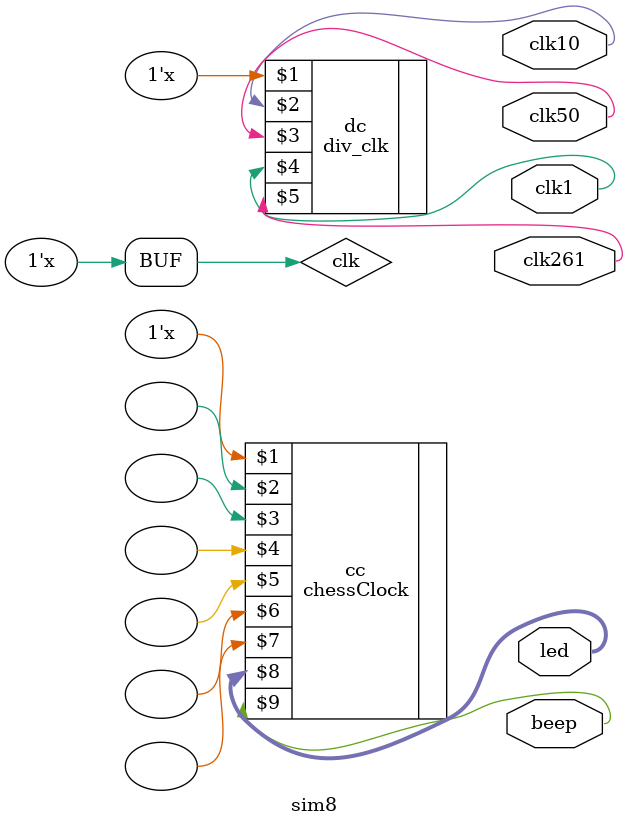
<source format=v>
`timescale 1ns / 1ps


module sim8(
output clk10,clk50,clk1,clk261,
output [11:0]led,
output beep

    );
    reg clk=0;
div_clk dc(clk,clk10,clk50,clk1,clk261);
always #10 clk=~clk;
chessClock cc(clk,,,,,,,led,beep);
endmodule

</source>
